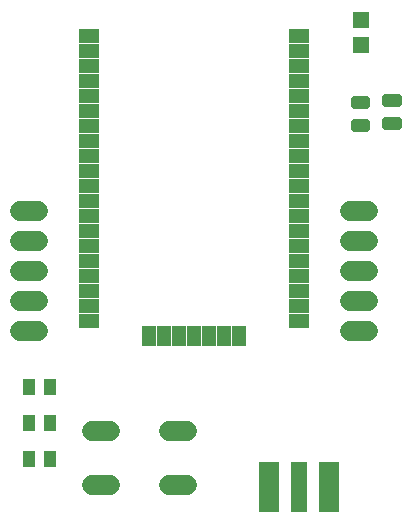
<source format=gbr>
G04 EAGLE Gerber RS-274X export*
G75*
%MOMM*%
%FSLAX34Y34*%
%LPD*%
%INSoldermask Top*%
%IPPOS*%
%AMOC8*
5,1,8,0,0,1.08239X$1,22.5*%
G01*
%ADD10R,1.003200X1.403200*%
%ADD11C,1.727200*%
%ADD12R,1.727200X4.267200*%
%ADD13R,1.473200X4.267200*%
%ADD14R,1.219200X1.727200*%
%ADD15R,1.727200X1.219200*%
%ADD16C,0.643919*%
%ADD17R,1.403200X1.403200*%

G36*
X363384Y863898D02*
X363384Y863898D01*
X363391Y863903D01*
X363396Y863899D01*
X363732Y863980D01*
X363735Y863985D01*
X363739Y863983D01*
X364058Y864115D01*
X364061Y864120D01*
X364065Y864118D01*
X364359Y864298D01*
X364361Y864303D01*
X364365Y864303D01*
X364628Y864527D01*
X364629Y864532D01*
X364634Y864532D01*
X364858Y864795D01*
X364858Y864801D01*
X364862Y864801D01*
X365042Y865095D01*
X365041Y865101D01*
X365046Y865102D01*
X365178Y865421D01*
X365176Y865427D01*
X365180Y865428D01*
X365261Y865764D01*
X365259Y865770D01*
X365262Y865772D01*
X365289Y866116D01*
X365288Y866119D01*
X365289Y866120D01*
X365289Y870420D01*
X365287Y870422D01*
X365289Y870424D01*
X365262Y870768D01*
X365258Y870772D01*
X365261Y870776D01*
X365180Y871112D01*
X365175Y871115D01*
X365178Y871119D01*
X365046Y871438D01*
X365040Y871441D01*
X365042Y871445D01*
X364862Y871739D01*
X364857Y871741D01*
X364858Y871745D01*
X364634Y872008D01*
X364628Y872009D01*
X364628Y872014D01*
X364365Y872238D01*
X364359Y872238D01*
X364359Y872242D01*
X364065Y872422D01*
X364059Y872421D01*
X364058Y872426D01*
X363739Y872558D01*
X363733Y872556D01*
X363732Y872560D01*
X363396Y872641D01*
X363390Y872639D01*
X363388Y872642D01*
X363044Y872669D01*
X363041Y872667D01*
X363040Y872669D01*
X352896Y872642D01*
X352889Y872637D01*
X352884Y872641D01*
X352548Y872560D01*
X352545Y872555D01*
X352541Y872558D01*
X352222Y872426D01*
X352219Y872420D01*
X352215Y872422D01*
X351921Y872242D01*
X351919Y872237D01*
X351915Y872238D01*
X351652Y872014D01*
X351651Y872008D01*
X351647Y872008D01*
X351423Y871745D01*
X351422Y871739D01*
X351418Y871739D01*
X351238Y871445D01*
X351239Y871439D01*
X351235Y871438D01*
X351103Y871119D01*
X351104Y871113D01*
X351100Y871112D01*
X351019Y870776D01*
X351021Y870770D01*
X351018Y870768D01*
X350991Y870424D01*
X350993Y870421D01*
X350991Y870420D01*
X350991Y866120D01*
X350993Y866118D01*
X350991Y866116D01*
X351018Y865772D01*
X351022Y865768D01*
X351019Y865764D01*
X351100Y865428D01*
X351105Y865425D01*
X351103Y865421D01*
X351235Y865102D01*
X351240Y865099D01*
X351238Y865095D01*
X351418Y864801D01*
X351423Y864799D01*
X351423Y864795D01*
X351647Y864532D01*
X351652Y864531D01*
X351652Y864527D01*
X351915Y864303D01*
X351921Y864302D01*
X351921Y864298D01*
X352215Y864118D01*
X352221Y864119D01*
X352222Y864115D01*
X352541Y863983D01*
X352547Y863984D01*
X352548Y863980D01*
X352884Y863899D01*
X352890Y863901D01*
X352892Y863898D01*
X353236Y863871D01*
X353239Y863873D01*
X353240Y863871D01*
X363384Y863898D01*
G37*
G36*
X363384Y844398D02*
X363384Y844398D01*
X363391Y844403D01*
X363396Y844399D01*
X363732Y844480D01*
X363735Y844485D01*
X363739Y844483D01*
X364058Y844615D01*
X364061Y844620D01*
X364065Y844618D01*
X364359Y844798D01*
X364361Y844803D01*
X364365Y844803D01*
X364628Y845027D01*
X364629Y845032D01*
X364634Y845032D01*
X364858Y845295D01*
X364858Y845301D01*
X364862Y845301D01*
X365042Y845595D01*
X365041Y845601D01*
X365046Y845602D01*
X365178Y845921D01*
X365176Y845927D01*
X365180Y845928D01*
X365261Y846264D01*
X365259Y846270D01*
X365262Y846272D01*
X365289Y846616D01*
X365288Y846619D01*
X365289Y846620D01*
X365289Y850920D01*
X365287Y850922D01*
X365289Y850924D01*
X365262Y851268D01*
X365258Y851272D01*
X365261Y851276D01*
X365180Y851612D01*
X365175Y851615D01*
X365178Y851619D01*
X365046Y851938D01*
X365040Y851941D01*
X365042Y851945D01*
X364862Y852239D01*
X364857Y852241D01*
X364858Y852245D01*
X364634Y852508D01*
X364628Y852509D01*
X364628Y852514D01*
X364365Y852738D01*
X364359Y852738D01*
X364359Y852742D01*
X364065Y852922D01*
X364059Y852921D01*
X364058Y852926D01*
X363739Y853058D01*
X363733Y853056D01*
X363732Y853060D01*
X363396Y853141D01*
X363390Y853139D01*
X363388Y853142D01*
X363044Y853169D01*
X363041Y853167D01*
X363040Y853169D01*
X352896Y853142D01*
X352889Y853137D01*
X352884Y853141D01*
X352548Y853060D01*
X352545Y853055D01*
X352541Y853058D01*
X352222Y852926D01*
X352219Y852920D01*
X352215Y852922D01*
X351921Y852742D01*
X351919Y852737D01*
X351915Y852738D01*
X351652Y852514D01*
X351651Y852508D01*
X351647Y852508D01*
X351423Y852245D01*
X351422Y852239D01*
X351418Y852239D01*
X351238Y851945D01*
X351239Y851939D01*
X351235Y851938D01*
X351103Y851619D01*
X351104Y851613D01*
X351100Y851612D01*
X351019Y851276D01*
X351021Y851270D01*
X351018Y851268D01*
X350991Y850924D01*
X350993Y850921D01*
X350991Y850920D01*
X350991Y846620D01*
X350993Y846618D01*
X350991Y846616D01*
X351018Y846272D01*
X351022Y846268D01*
X351019Y846264D01*
X351100Y845928D01*
X351105Y845925D01*
X351103Y845921D01*
X351235Y845602D01*
X351240Y845599D01*
X351238Y845595D01*
X351418Y845301D01*
X351423Y845299D01*
X351423Y845295D01*
X351647Y845032D01*
X351652Y845031D01*
X351652Y845027D01*
X351915Y844803D01*
X351921Y844802D01*
X351921Y844798D01*
X352215Y844618D01*
X352221Y844619D01*
X352222Y844615D01*
X352541Y844483D01*
X352547Y844484D01*
X352548Y844480D01*
X352884Y844399D01*
X352890Y844401D01*
X352892Y844398D01*
X353236Y844371D01*
X353239Y844373D01*
X353240Y844371D01*
X363384Y844398D01*
G37*
G36*
X336714Y862628D02*
X336714Y862628D01*
X336721Y862633D01*
X336726Y862629D01*
X337062Y862710D01*
X337065Y862715D01*
X337069Y862713D01*
X337388Y862845D01*
X337391Y862850D01*
X337395Y862848D01*
X337689Y863028D01*
X337691Y863033D01*
X337695Y863033D01*
X337958Y863257D01*
X337959Y863262D01*
X337964Y863262D01*
X338188Y863525D01*
X338188Y863531D01*
X338192Y863531D01*
X338372Y863825D01*
X338371Y863831D01*
X338376Y863832D01*
X338508Y864151D01*
X338506Y864157D01*
X338510Y864158D01*
X338591Y864494D01*
X338589Y864500D01*
X338592Y864502D01*
X338619Y864846D01*
X338618Y864849D01*
X338619Y864850D01*
X338619Y869150D01*
X338617Y869152D01*
X338619Y869154D01*
X338592Y869498D01*
X338588Y869502D01*
X338591Y869506D01*
X338510Y869842D01*
X338505Y869845D01*
X338508Y869849D01*
X338376Y870168D01*
X338370Y870171D01*
X338372Y870175D01*
X338192Y870469D01*
X338187Y870471D01*
X338188Y870475D01*
X337964Y870738D01*
X337958Y870739D01*
X337958Y870744D01*
X337695Y870968D01*
X337689Y870968D01*
X337689Y870972D01*
X337395Y871152D01*
X337389Y871151D01*
X337388Y871156D01*
X337069Y871288D01*
X337063Y871286D01*
X337062Y871290D01*
X336726Y871371D01*
X336720Y871369D01*
X336718Y871372D01*
X336374Y871399D01*
X336371Y871397D01*
X336370Y871399D01*
X326226Y871372D01*
X326219Y871367D01*
X326214Y871371D01*
X325878Y871290D01*
X325875Y871285D01*
X325871Y871288D01*
X325552Y871156D01*
X325549Y871150D01*
X325545Y871152D01*
X325251Y870972D01*
X325249Y870967D01*
X325245Y870968D01*
X324982Y870744D01*
X324981Y870738D01*
X324977Y870738D01*
X324753Y870475D01*
X324752Y870469D01*
X324748Y870469D01*
X324568Y870175D01*
X324569Y870169D01*
X324565Y870168D01*
X324433Y869849D01*
X324434Y869843D01*
X324430Y869842D01*
X324349Y869506D01*
X324351Y869500D01*
X324348Y869498D01*
X324321Y869154D01*
X324323Y869151D01*
X324321Y869150D01*
X324321Y864850D01*
X324323Y864848D01*
X324321Y864846D01*
X324348Y864502D01*
X324352Y864498D01*
X324349Y864494D01*
X324430Y864158D01*
X324435Y864155D01*
X324433Y864151D01*
X324565Y863832D01*
X324570Y863829D01*
X324568Y863825D01*
X324748Y863531D01*
X324753Y863529D01*
X324753Y863525D01*
X324977Y863262D01*
X324982Y863261D01*
X324982Y863257D01*
X325245Y863033D01*
X325251Y863032D01*
X325251Y863028D01*
X325545Y862848D01*
X325551Y862849D01*
X325552Y862845D01*
X325871Y862713D01*
X325877Y862714D01*
X325878Y862710D01*
X326214Y862629D01*
X326220Y862631D01*
X326222Y862628D01*
X326566Y862601D01*
X326569Y862603D01*
X326570Y862601D01*
X336714Y862628D01*
G37*
G36*
X336714Y843128D02*
X336714Y843128D01*
X336721Y843133D01*
X336726Y843129D01*
X337062Y843210D01*
X337065Y843215D01*
X337069Y843213D01*
X337388Y843345D01*
X337391Y843350D01*
X337395Y843348D01*
X337689Y843528D01*
X337691Y843533D01*
X337695Y843533D01*
X337958Y843757D01*
X337959Y843762D01*
X337964Y843762D01*
X338188Y844025D01*
X338188Y844031D01*
X338192Y844031D01*
X338372Y844325D01*
X338371Y844331D01*
X338376Y844332D01*
X338508Y844651D01*
X338506Y844657D01*
X338510Y844658D01*
X338591Y844994D01*
X338589Y845000D01*
X338592Y845002D01*
X338619Y845346D01*
X338618Y845349D01*
X338619Y845350D01*
X338619Y849650D01*
X338617Y849652D01*
X338619Y849654D01*
X338592Y849998D01*
X338588Y850002D01*
X338591Y850006D01*
X338510Y850342D01*
X338505Y850345D01*
X338508Y850349D01*
X338376Y850668D01*
X338370Y850671D01*
X338372Y850675D01*
X338192Y850969D01*
X338187Y850971D01*
X338188Y850975D01*
X337964Y851238D01*
X337958Y851239D01*
X337958Y851244D01*
X337695Y851468D01*
X337689Y851468D01*
X337689Y851472D01*
X337395Y851652D01*
X337389Y851651D01*
X337388Y851656D01*
X337069Y851788D01*
X337063Y851786D01*
X337062Y851790D01*
X336726Y851871D01*
X336720Y851869D01*
X336718Y851872D01*
X336374Y851899D01*
X336371Y851897D01*
X336370Y851899D01*
X326226Y851872D01*
X326219Y851867D01*
X326214Y851871D01*
X325878Y851790D01*
X325875Y851785D01*
X325871Y851788D01*
X325552Y851656D01*
X325549Y851650D01*
X325545Y851652D01*
X325251Y851472D01*
X325249Y851467D01*
X325245Y851468D01*
X324982Y851244D01*
X324981Y851238D01*
X324977Y851238D01*
X324753Y850975D01*
X324752Y850969D01*
X324748Y850969D01*
X324568Y850675D01*
X324569Y850669D01*
X324565Y850668D01*
X324433Y850349D01*
X324434Y850343D01*
X324430Y850342D01*
X324349Y850006D01*
X324351Y850000D01*
X324348Y849998D01*
X324321Y849654D01*
X324323Y849651D01*
X324321Y849650D01*
X324321Y845350D01*
X324323Y845348D01*
X324321Y845346D01*
X324348Y845002D01*
X324352Y844998D01*
X324349Y844994D01*
X324430Y844658D01*
X324435Y844655D01*
X324433Y844651D01*
X324565Y844332D01*
X324570Y844329D01*
X324568Y844325D01*
X324748Y844031D01*
X324753Y844029D01*
X324753Y844025D01*
X324977Y843762D01*
X324982Y843761D01*
X324982Y843757D01*
X325245Y843533D01*
X325251Y843532D01*
X325251Y843528D01*
X325545Y843348D01*
X325551Y843349D01*
X325552Y843345D01*
X325871Y843213D01*
X325877Y843214D01*
X325878Y843210D01*
X326214Y843129D01*
X326220Y843131D01*
X326222Y843128D01*
X326566Y843101D01*
X326569Y843103D01*
X326570Y843101D01*
X336714Y843128D01*
G37*
D10*
X50690Y625856D03*
X68690Y625856D03*
D11*
X322580Y774700D02*
X337820Y774700D01*
X337820Y749300D02*
X322580Y749300D01*
X322580Y723900D02*
X337820Y723900D01*
X337820Y698500D02*
X322580Y698500D01*
X322580Y673100D02*
X337820Y673100D01*
X58420Y673100D02*
X43180Y673100D01*
X43180Y698500D02*
X58420Y698500D01*
X58420Y723900D02*
X43180Y723900D01*
X43180Y749300D02*
X58420Y749300D01*
X58420Y774700D02*
X43180Y774700D01*
X104140Y588518D02*
X119380Y588518D01*
X119380Y543306D02*
X104140Y543306D01*
X169164Y588518D02*
X184404Y588518D01*
X184404Y543306D02*
X169164Y543306D01*
D12*
X254000Y541020D03*
X304800Y541020D03*
D13*
X279400Y541020D03*
D10*
X50690Y595630D03*
X68690Y595630D03*
X50690Y565150D03*
X68690Y565150D03*
D14*
X152400Y669290D03*
X165100Y669290D03*
X177800Y669290D03*
X190500Y669290D03*
X203200Y669290D03*
X215900Y669290D03*
X228600Y669290D03*
D15*
X279400Y681990D03*
X279400Y694690D03*
X279400Y707390D03*
X279400Y720090D03*
X279400Y732790D03*
X279400Y745490D03*
X279400Y758190D03*
X279400Y770890D03*
X279400Y783590D03*
X279400Y796290D03*
X279400Y808990D03*
X279400Y821690D03*
X279400Y834390D03*
X279400Y847090D03*
X279400Y859790D03*
X279400Y872490D03*
X279400Y885190D03*
X279400Y897890D03*
X279400Y910590D03*
X279400Y923290D03*
X101600Y923290D03*
X101600Y910590D03*
X101600Y897890D03*
X101600Y885190D03*
X101600Y872490D03*
X101600Y859790D03*
X101600Y847090D03*
X101600Y834390D03*
X101600Y821690D03*
X101600Y808990D03*
X101600Y796290D03*
X101600Y783590D03*
X101600Y770890D03*
X101600Y758190D03*
X101600Y745490D03*
X101600Y732790D03*
X101600Y720090D03*
X101600Y707390D03*
X101600Y694690D03*
X101600Y681990D03*
D16*
X336367Y864853D02*
X336367Y869147D01*
X336367Y864853D02*
X326573Y864853D01*
X326573Y869147D01*
X336367Y869147D01*
X326573Y849647D02*
X326573Y845353D01*
X326573Y849647D02*
X336367Y849647D01*
X336367Y845353D01*
X326573Y845353D01*
D17*
X331470Y936330D03*
X331470Y915330D03*
D16*
X363037Y870417D02*
X363037Y866123D01*
X353243Y866123D01*
X353243Y870417D01*
X363037Y870417D01*
X353243Y850917D02*
X353243Y846623D01*
X353243Y850917D02*
X363037Y850917D01*
X363037Y846623D01*
X353243Y846623D01*
M02*

</source>
